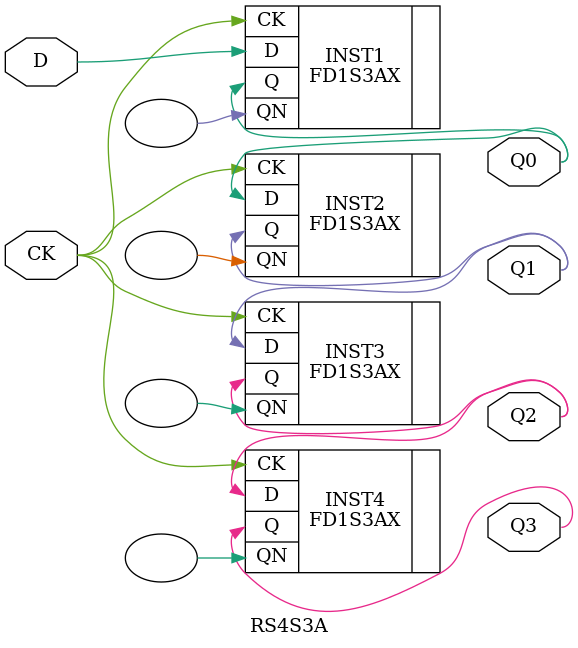
<source format=v>
`resetall
`timescale 1 ns / 100 ps

/* Created by DB2VERILOG Version 1.0.1.1 on Tue May 17 11:02:43 1994 */
/* module compiled from "lsl2db 3.6.4" run */

`celldefine
module RS4S3A (D, CK, Q0, Q1, Q2, Q3);
input  D, CK;
output Q0, Q1, Q2, Q3;
FD1S3AX INST1 (.D(D), .CK(CK), .Q(Q0), .QN());
FD1S3AX INST2 (.D(Q0), .CK(CK), .Q(Q1), .QN());
FD1S3AX INST3 (.D(Q1), .CK(CK), .Q(Q2), .QN());
FD1S3AX INST4 (.D(Q2), .CK(CK), .Q(Q3), .QN());

endmodule
`endcelldefine

</source>
